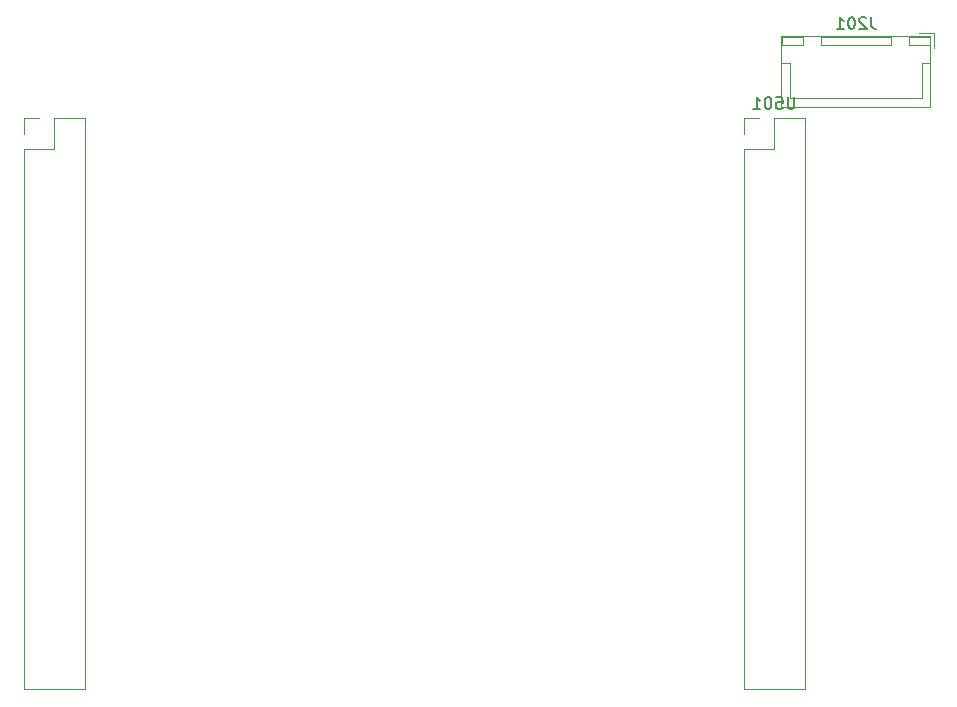
<source format=gbr>
%TF.GenerationSoftware,KiCad,Pcbnew,8.0.4-8.0.4-0~ubuntu22.04.1*%
%TF.CreationDate,2024-08-26T08:57:22+02:00*%
%TF.ProjectId,uC_TP_Boussole_mb,75435f54-505f-4426-9f75-73736f6c655f,rev?*%
%TF.SameCoordinates,Original*%
%TF.FileFunction,Legend,Bot*%
%TF.FilePolarity,Positive*%
%FSLAX46Y46*%
G04 Gerber Fmt 4.6, Leading zero omitted, Abs format (unit mm)*
G04 Created by KiCad (PCBNEW 8.0.4-8.0.4-0~ubuntu22.04.1) date 2024-08-26 08:57:22*
%MOMM*%
%LPD*%
G01*
G04 APERTURE LIST*
%ADD10C,0.150000*%
%ADD11C,0.120000*%
G04 APERTURE END LIST*
D10*
X177194285Y-79054819D02*
X177194285Y-79864342D01*
X177194285Y-79864342D02*
X177146666Y-79959580D01*
X177146666Y-79959580D02*
X177099047Y-80007200D01*
X177099047Y-80007200D02*
X177003809Y-80054819D01*
X177003809Y-80054819D02*
X176813333Y-80054819D01*
X176813333Y-80054819D02*
X176718095Y-80007200D01*
X176718095Y-80007200D02*
X176670476Y-79959580D01*
X176670476Y-79959580D02*
X176622857Y-79864342D01*
X176622857Y-79864342D02*
X176622857Y-79054819D01*
X175670476Y-79054819D02*
X176146666Y-79054819D01*
X176146666Y-79054819D02*
X176194285Y-79531009D01*
X176194285Y-79531009D02*
X176146666Y-79483390D01*
X176146666Y-79483390D02*
X176051428Y-79435771D01*
X176051428Y-79435771D02*
X175813333Y-79435771D01*
X175813333Y-79435771D02*
X175718095Y-79483390D01*
X175718095Y-79483390D02*
X175670476Y-79531009D01*
X175670476Y-79531009D02*
X175622857Y-79626247D01*
X175622857Y-79626247D02*
X175622857Y-79864342D01*
X175622857Y-79864342D02*
X175670476Y-79959580D01*
X175670476Y-79959580D02*
X175718095Y-80007200D01*
X175718095Y-80007200D02*
X175813333Y-80054819D01*
X175813333Y-80054819D02*
X176051428Y-80054819D01*
X176051428Y-80054819D02*
X176146666Y-80007200D01*
X176146666Y-80007200D02*
X176194285Y-79959580D01*
X175003809Y-79054819D02*
X174908571Y-79054819D01*
X174908571Y-79054819D02*
X174813333Y-79102438D01*
X174813333Y-79102438D02*
X174765714Y-79150057D01*
X174765714Y-79150057D02*
X174718095Y-79245295D01*
X174718095Y-79245295D02*
X174670476Y-79435771D01*
X174670476Y-79435771D02*
X174670476Y-79673866D01*
X174670476Y-79673866D02*
X174718095Y-79864342D01*
X174718095Y-79864342D02*
X174765714Y-79959580D01*
X174765714Y-79959580D02*
X174813333Y-80007200D01*
X174813333Y-80007200D02*
X174908571Y-80054819D01*
X174908571Y-80054819D02*
X175003809Y-80054819D01*
X175003809Y-80054819D02*
X175099047Y-80007200D01*
X175099047Y-80007200D02*
X175146666Y-79959580D01*
X175146666Y-79959580D02*
X175194285Y-79864342D01*
X175194285Y-79864342D02*
X175241904Y-79673866D01*
X175241904Y-79673866D02*
X175241904Y-79435771D01*
X175241904Y-79435771D02*
X175194285Y-79245295D01*
X175194285Y-79245295D02*
X175146666Y-79150057D01*
X175146666Y-79150057D02*
X175099047Y-79102438D01*
X175099047Y-79102438D02*
X175003809Y-79054819D01*
X173718095Y-80054819D02*
X174289523Y-80054819D01*
X174003809Y-80054819D02*
X174003809Y-79054819D01*
X174003809Y-79054819D02*
X174099047Y-79197676D01*
X174099047Y-79197676D02*
X174194285Y-79292914D01*
X174194285Y-79292914D02*
X174289523Y-79340533D01*
X183685714Y-72279819D02*
X183685714Y-72994104D01*
X183685714Y-72994104D02*
X183733333Y-73136961D01*
X183733333Y-73136961D02*
X183828571Y-73232200D01*
X183828571Y-73232200D02*
X183971428Y-73279819D01*
X183971428Y-73279819D02*
X184066666Y-73279819D01*
X183257142Y-72375057D02*
X183209523Y-72327438D01*
X183209523Y-72327438D02*
X183114285Y-72279819D01*
X183114285Y-72279819D02*
X182876190Y-72279819D01*
X182876190Y-72279819D02*
X182780952Y-72327438D01*
X182780952Y-72327438D02*
X182733333Y-72375057D01*
X182733333Y-72375057D02*
X182685714Y-72470295D01*
X182685714Y-72470295D02*
X182685714Y-72565533D01*
X182685714Y-72565533D02*
X182733333Y-72708390D01*
X182733333Y-72708390D02*
X183304761Y-73279819D01*
X183304761Y-73279819D02*
X182685714Y-73279819D01*
X182066666Y-72279819D02*
X181971428Y-72279819D01*
X181971428Y-72279819D02*
X181876190Y-72327438D01*
X181876190Y-72327438D02*
X181828571Y-72375057D01*
X181828571Y-72375057D02*
X181780952Y-72470295D01*
X181780952Y-72470295D02*
X181733333Y-72660771D01*
X181733333Y-72660771D02*
X181733333Y-72898866D01*
X181733333Y-72898866D02*
X181780952Y-73089342D01*
X181780952Y-73089342D02*
X181828571Y-73184580D01*
X181828571Y-73184580D02*
X181876190Y-73232200D01*
X181876190Y-73232200D02*
X181971428Y-73279819D01*
X181971428Y-73279819D02*
X182066666Y-73279819D01*
X182066666Y-73279819D02*
X182161904Y-73232200D01*
X182161904Y-73232200D02*
X182209523Y-73184580D01*
X182209523Y-73184580D02*
X182257142Y-73089342D01*
X182257142Y-73089342D02*
X182304761Y-72898866D01*
X182304761Y-72898866D02*
X182304761Y-72660771D01*
X182304761Y-72660771D02*
X182257142Y-72470295D01*
X182257142Y-72470295D02*
X182209523Y-72375057D01*
X182209523Y-72375057D02*
X182161904Y-72327438D01*
X182161904Y-72327438D02*
X182066666Y-72279819D01*
X180780952Y-73279819D02*
X181352380Y-73279819D01*
X181066666Y-73279819D02*
X181066666Y-72279819D01*
X181066666Y-72279819D02*
X181161904Y-72422676D01*
X181161904Y-72422676D02*
X181257142Y-72517914D01*
X181257142Y-72517914D02*
X181352380Y-72565533D01*
D11*
%TO.C,U501*%
X111920000Y-80810000D02*
X111920000Y-82140000D01*
X111920000Y-83410000D02*
X111920000Y-129190000D01*
X113250000Y-80810000D02*
X111920000Y-80810000D01*
X114520000Y-80810000D02*
X114520000Y-83410000D01*
X114520000Y-83410000D02*
X111920000Y-83410000D01*
X117120000Y-80810000D02*
X114520000Y-80810000D01*
X117120000Y-80810000D02*
X117120000Y-129190000D01*
X117120000Y-129190000D02*
X111920000Y-129190000D01*
X172880000Y-80820000D02*
X172880000Y-82150000D01*
X172880000Y-83420000D02*
X172880000Y-129200000D01*
X174210000Y-80820000D02*
X172880000Y-80820000D01*
X175480000Y-80820000D02*
X175480000Y-83420000D01*
X175480000Y-83420000D02*
X172880000Y-83420000D01*
X178080000Y-80820000D02*
X175480000Y-80820000D01*
X178080000Y-80820000D02*
X178080000Y-129200000D01*
X178080000Y-129200000D02*
X172880000Y-129200000D01*
%TO.C,J201*%
X176090000Y-73915000D02*
X176090000Y-79885000D01*
X176090000Y-79885000D02*
X188710000Y-79885000D01*
X176100000Y-73925000D02*
X176100000Y-74675000D01*
X176100000Y-74675000D02*
X177900000Y-74675000D01*
X176850000Y-76175000D02*
X176100000Y-76175000D01*
X176850000Y-79125000D02*
X176850000Y-76175000D01*
X177900000Y-73925000D02*
X176100000Y-73925000D01*
X177900000Y-74675000D02*
X177900000Y-73925000D01*
X179400000Y-73925000D02*
X179400000Y-74675000D01*
X179400000Y-74675000D02*
X185400000Y-74675000D01*
X182400000Y-79125000D02*
X176850000Y-79125000D01*
X182400000Y-79125000D02*
X187950000Y-79125000D01*
X185400000Y-73925000D02*
X179400000Y-73925000D01*
X185400000Y-74675000D02*
X185400000Y-73925000D01*
X186900000Y-73925000D02*
X186900000Y-74675000D01*
X186900000Y-74675000D02*
X188700000Y-74675000D01*
X187950000Y-76175000D02*
X188700000Y-76175000D01*
X187950000Y-79125000D02*
X187950000Y-76175000D01*
X188700000Y-73925000D02*
X186900000Y-73925000D01*
X188700000Y-74675000D02*
X188700000Y-73925000D01*
X188710000Y-73915000D02*
X176090000Y-73915000D01*
X188710000Y-79885000D02*
X188710000Y-73915000D01*
X189000000Y-73625000D02*
X187750000Y-73625000D01*
X189000000Y-74875000D02*
X189000000Y-73625000D01*
%TD*%
M02*

</source>
